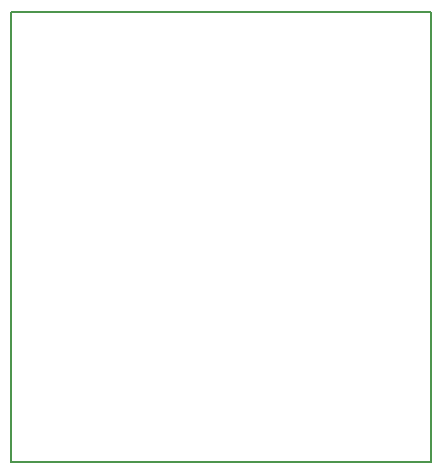
<source format=gbr>
G04 #@! TF.FileFunction,Profile,NP*
%FSLAX46Y46*%
G04 Gerber Fmt 4.6, Leading zero omitted, Abs format (unit mm)*
G04 Created by KiCad (PCBNEW 4.0.6-e0-6349~53~ubuntu16.04.1) date Wed Mar  1 16:17:19 2017*
%MOMM*%
%LPD*%
G01*
G04 APERTURE LIST*
%ADD10C,0.100000*%
%ADD11C,0.150000*%
G04 APERTURE END LIST*
D10*
D11*
X177800000Y-143510000D02*
X177800000Y-105410000D01*
X213360000Y-143510000D02*
X177800000Y-143510000D01*
X213360000Y-105410000D02*
X213360000Y-143510000D01*
X177800000Y-105410000D02*
X213360000Y-105410000D01*
M02*

</source>
